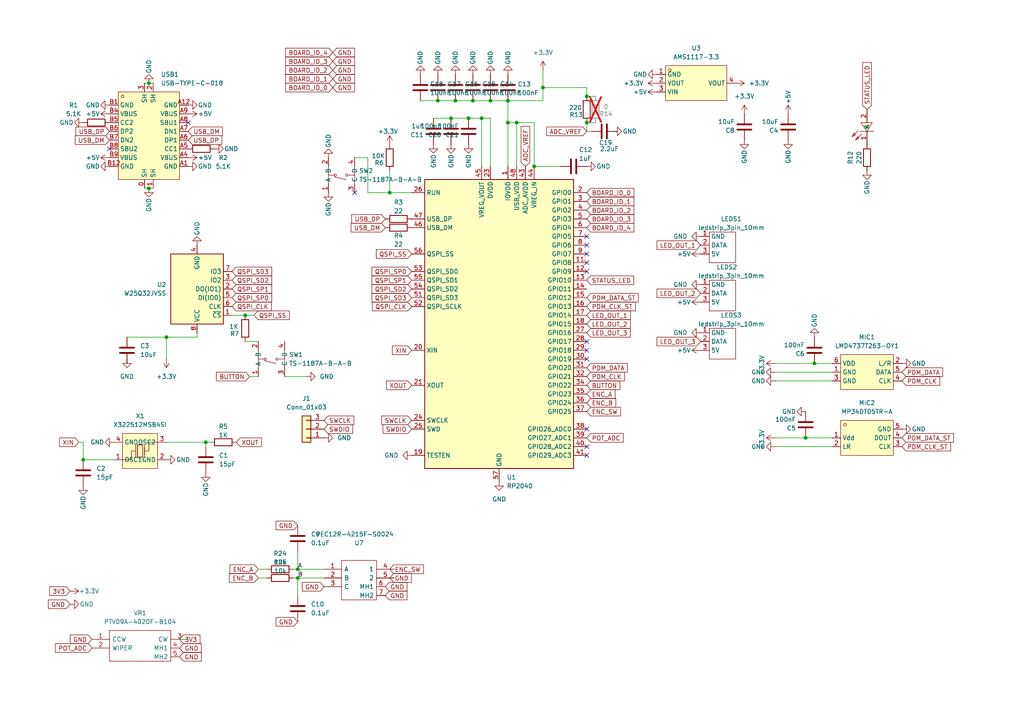
<source format=kicad_sch>
(kicad_sch (version 20231120) (generator "eeschema") (generator_version "8.0")
  (paper "A4")
  (junction (at 154.94 48.26))
  (junction (at 157.48 25.4))
  (junction (at 139.7 34.29))
  (junction (at 71.12 91.44))
  (junction (at 86.36 165.1))
  (junction (at 142.24 29.21))
  (junction (at 170.18 27.94))
  (junction (at 233.68 127))
  (junction (at 43.18 54.61))
  (junction (at 86.36 167.64))
  (junction (at 59.69 128.27))
  (junction (at 127 29.21))
  (junction (at 24.13 133.35))
  (junction (at 130.81 34.29))
  (junction (at 147.32 29.21))
  (junction (at 147.32 35.56))
  (junction (at 236.22 105.41))
  (junction (at 132.08 29.21))
  (junction (at 149.86 35.56))
  (junction (at 43.18 24.13))
  (junction (at 135.89 34.29))
  (junction (at 113.03 55.88))
  (junction (at 170.18 35.56))
  (junction (at 137.16 29.21))
  (junction (at 48.26 97.79))
  (no_connect (at 170.18 73.66))
  (no_connect (at 102.87 55.88))
  (no_connect (at 170.18 104.14))
  (no_connect (at 170.18 68.58))
  (no_connect (at 170.18 132.08))
  (no_connect (at 170.18 99.06))
  (no_connect (at 31.75 43.18))
  (no_connect (at 170.18 76.2))
  (no_connect (at 170.18 71.12))
  (no_connect (at 170.18 124.46))
  (no_connect (at 170.18 78.74))
  (no_connect (at 54.61 35.56))
  (no_connect (at 170.18 129.54))
  (no_connect (at 170.18 101.6))
  (wire (pts (xy 48.26 97.79) (xy 48.26 104.14)))
  (wire (pts (xy 170.18 35.56) (xy 170.18 38.1)))
  (wire (pts (xy 72.39 109.22) (xy 74.93 109.22)))
  (wire (pts (xy 85.09 167.64) (xy 86.36 167.64)))
  (wire (pts (xy 147.32 35.56) (xy 149.86 35.56)))
  (wire (pts (xy 74.93 99.06) (xy 71.12 99.06)))
  (wire (pts (xy 157.48 25.4) (xy 170.18 25.4)))
  (wire (pts (xy 233.68 127) (xy 224.79 127)))
  (wire (pts (xy 41.91 54.61) (xy 43.18 54.61)))
  (wire (pts (xy 147.32 29.21) (xy 147.32 35.56)))
  (wire (pts (xy 85.09 165.1) (xy 86.36 165.1)))
  (wire (pts (xy 74.93 167.64) (xy 77.47 167.64)))
  (wire (pts (xy 41.91 24.13) (xy 43.18 24.13)))
  (wire (pts (xy 135.89 34.29) (xy 139.7 34.29)))
  (wire (pts (xy 67.31 91.44) (xy 71.12 91.44)))
  (wire (pts (xy 149.86 35.56) (xy 149.86 48.26)))
  (wire (pts (xy 127 29.21) (xy 132.08 29.21)))
  (wire (pts (xy 170.18 27.94) (xy 170.18 29.21)))
  (wire (pts (xy 113.03 49.53) (xy 113.03 55.88)))
  (wire (pts (xy 132.08 29.21) (xy 137.16 29.21)))
  (wire (pts (xy 43.18 54.61) (xy 44.45 54.61)))
  (wire (pts (xy 170.18 27.94) (xy 172.72 27.94)))
  (wire (pts (xy 86.36 165.1) (xy 93.98 165.1)))
  (wire (pts (xy 86.36 167.64) (xy 86.36 172.72)))
  (wire (pts (xy 82.55 109.22) (xy 88.9 109.22)))
  (wire (pts (xy 102.87 45.72) (xy 106.68 45.72)))
  (wire (pts (xy 241.3 107.95) (xy 224.79 107.95)))
  (wire (pts (xy 171.45 38.1) (xy 170.18 38.1)))
  (wire (pts (xy 157.48 29.21) (xy 147.32 29.21)))
  (wire (pts (xy 170.18 35.56) (xy 172.72 35.56)))
  (wire (pts (xy 241.3 105.41) (xy 236.22 105.41)))
  (wire (pts (xy 162.56 48.26) (xy 154.94 48.26)))
  (wire (pts (xy 22.86 128.27) (xy 24.13 128.27)))
  (wire (pts (xy 241.3 110.49) (xy 224.79 110.49)))
  (wire (pts (xy 106.68 45.72) (xy 106.68 55.88)))
  (wire (pts (xy 36.83 97.79) (xy 48.26 97.79)))
  (wire (pts (xy 142.24 48.26) (xy 142.24 34.29)))
  (wire (pts (xy 24.13 128.27) (xy 24.13 133.35)))
  (wire (pts (xy 137.16 29.21) (xy 142.24 29.21)))
  (wire (pts (xy 149.86 35.56) (xy 154.94 35.56)))
  (wire (pts (xy 147.32 35.56) (xy 147.32 48.26)))
  (wire (pts (xy 60.96 128.27) (xy 59.69 128.27)))
  (wire (pts (xy 113.03 55.88) (xy 119.38 55.88)))
  (wire (pts (xy 236.22 105.41) (xy 224.79 105.41)))
  (wire (pts (xy 36.83 104.14) (xy 36.83 105.41)))
  (wire (pts (xy 113.03 165.1) (xy 114.3 165.1)))
  (wire (pts (xy 48.26 97.79) (xy 57.15 97.79)))
  (wire (pts (xy 113.03 167.64) (xy 114.3 167.64)))
  (wire (pts (xy 125.73 34.29) (xy 130.81 34.29)))
  (wire (pts (xy 86.36 167.64) (xy 93.98 167.64)))
  (wire (pts (xy 170.18 25.4) (xy 170.18 27.94)))
  (wire (pts (xy 130.81 34.29) (xy 135.89 34.29)))
  (wire (pts (xy 48.26 128.27) (xy 59.69 128.27)))
  (wire (pts (xy 241.3 129.54) (xy 224.79 129.54)))
  (wire (pts (xy 157.48 20.32) (xy 157.48 25.4)))
  (wire (pts (xy 74.93 165.1) (xy 77.47 165.1)))
  (wire (pts (xy 86.36 160.02) (xy 86.36 165.1)))
  (wire (pts (xy 142.24 29.21) (xy 147.32 29.21)))
  (wire (pts (xy 179.07 38.1) (xy 177.8 38.1)))
  (wire (pts (xy 33.02 133.35) (xy 24.13 133.35)))
  (wire (pts (xy 106.68 55.88) (xy 113.03 55.88)))
  (wire (pts (xy 71.12 91.44) (xy 73.66 91.44)))
  (wire (pts (xy 43.18 24.13) (xy 44.45 24.13)))
  (wire (pts (xy 52.07 185.42) (xy 54.61 185.42)))
  (wire (pts (xy 241.3 127) (xy 233.68 127)))
  (wire (pts (xy 139.7 34.29) (xy 139.7 48.26)))
  (wire (pts (xy 121.92 29.21) (xy 127 29.21)))
  (wire (pts (xy 157.48 25.4) (xy 157.48 29.21)))
  (wire (pts (xy 154.94 48.26) (xy 154.94 35.56)))
  (wire (pts (xy 142.24 34.29) (xy 139.7 34.29)))
  (wire (pts (xy 59.69 128.27) (xy 59.69 129.54)))
  (wire (pts (xy 57.15 97.79) (xy 57.15 96.52)))
  (label "B" (at 86.36 167.64 0))
  (label "A" (at 86.36 165.1 0))
  (global_label "QSPI_SD2" (shape input) (at 119.38 83.82 180) (property "Intersheetrefs" "${INTERSHEET_REFS}" (effects (hide yes))))
  (global_label "USB_DM" (shape input) (at 54.61 38.1 0) (property "Intersheetrefs" "${INTERSHEET_REFS}" (effects (hide yes))))
  (global_label "GND" (shape input) (at 96.52 25.4 0) (property "Intersheetrefs" "${INTERSHEET_REFS}" (effects (hide yes))))
  (global_label "USB_DM" (shape input) (at 111.76 66.04 180) (property "Intersheetrefs" "${INTERSHEET_REFS}" (effects (hide yes))))
  (global_label "GND" (shape input) (at 96.52 15.24 0) (property "Intersheetrefs" "${INTERSHEET_REFS}" (effects (hide yes))))
  (global_label "BOARD_ID_4" (shape input) (at 96.52 15.24 180) (property "Intersheetrefs" "${INTERSHEET_REFS}" (effects (hide yes))))
  (global_label "GND" (shape input) (at 52.07 190.5 0) (property "Intersheetrefs" "${INTERSHEET_REFS}" (effects (hide yes))))
  (global_label "LED_OUT_2" (shape input) (at 203.2 85.09 180) (property "Intersheetrefs" "${INTERSHEET_REFS}" (effects (hide yes))))
  (global_label "BOARD_ID_1" (shape input) (at 170.18 58.42 0) (property "Intersheetrefs" "${INTERSHEET_REFS}" (effects (hide yes))))
  (global_label "PDM_DATA_ST" (shape input) (at 261.62 127 0) (property "Intersheetrefs" "${INTERSHEET_REFS}" (effects (hide yes))))
  (global_label "LED_OUT_3" (shape input) (at 170.18 96.52 0) (property "Intersheetrefs" "${INTERSHEET_REFS}" (effects (hide yes))))
  (global_label "ENC_A" (shape input) (at 74.93 165.1 180) (property "Intersheetrefs" "${INTERSHEET_REFS}" (effects (hide yes))))
  (global_label "GND" (shape input) (at 96.52 17.78 0) (property "Intersheetrefs" "${INTERSHEET_REFS}" (effects (hide yes))))
  (global_label "BOARD_ID_0" (shape input) (at 170.18 55.88 0) (property "Intersheetrefs" "${INTERSHEET_REFS}" (effects (hide yes))))
  (global_label "QSPI_SS" (shape input) (at 73.66 91.44 0) (property "Intersheetrefs" "${INTERSHEET_REFS}" (effects (hide yes))))
  (global_label "BOARD_ID_2" (shape input) (at 96.52 20.32 180) (property "Intersheetrefs" "${INTERSHEET_REFS}" (effects (hide yes))))
  (global_label "PDM_CLK_ST" (shape input) (at 261.62 129.54 0) (property "Intersheetrefs" "${INTERSHEET_REFS}" (effects (hide yes))))
  (global_label "USB_DP" (shape input) (at 31.75 38.1 180) (property "Intersheetrefs" "${INTERSHEET_REFS}" (effects (hide yes))))
  (global_label "PDM_DATA" (shape input) (at 170.18 106.68 0) (property "Intersheetrefs" "${INTERSHEET_REFS}" (effects (hide yes))))
  (global_label "ADC_VREF" (shape input) (at 152.4 48.26 90) (property "Intersheetrefs" "${INTERSHEET_REFS}" (effects (hide yes))))
  (global_label "ENC_B" (shape input) (at 74.93 167.64 180) (property "Intersheetrefs" "${INTERSHEET_REFS}" (effects (hide yes))))
  (global_label "LED_OUT_1" (shape input) (at 170.18 91.44 0) (property "Intersheetrefs" "${INTERSHEET_REFS}" (effects (hide yes))))
  (global_label "QSPI_SS" (shape input) (at 119.38 73.66 180) (property "Intersheetrefs" "${INTERSHEET_REFS}" (effects (hide yes))))
  (global_label "XIN" (shape input) (at 22.86 128.27 180) (property "Intersheetrefs" "${INTERSHEET_REFS}" (effects (hide yes))))
  (global_label "SWCLK" (shape input) (at 119.38 121.92 180) (property "Intersheetrefs" "${INTERSHEET_REFS}" (effects (hide yes))))
  (global_label "BOARD_ID_2" (shape input) (at 170.18 60.96 0) (property "Intersheetrefs" "${INTERSHEET_REFS}" (effects (hide yes))))
  (global_label "QSPI_SP1" (shape input) (at 67.31 83.82 0) (property "Intersheetrefs" "${INTERSHEET_REFS}" (effects (hide yes))))
  (global_label "ENC_SW" (shape input) (at 170.18 119.38 0) (property "Intersheetrefs" "${INTERSHEET_REFS}" (effects (hide yes))))
  (global_label "LED_OUT_3" (shape input) (at 203.2 99.06 180) (property "Intersheetrefs" "${INTERSHEET_REFS}" (effects (hide yes))))
  (global_label "USB_DM" (shape input) (at 31.75 40.64 180) (property "Intersheetrefs" "${INTERSHEET_REFS}" (effects (hide yes))))
  (global_label "GND" (shape input) (at 111.76 172.72 0) (property "Intersheetrefs" "${INTERSHEET_REFS}" (effects (hide yes))))
  (global_label "PDM_CLK" (shape input) (at 261.62 110.49 0) (property "Intersheetrefs" "${INTERSHEET_REFS}" (effects (hide yes))))
  (global_label "GND" (shape input) (at 96.52 20.32 0) (property "Intersheetrefs" "${INTERSHEET_REFS}" (effects (hide yes))))
  (global_label "QSPI_SP1" (shape input) (at 119.38 81.28 180) (property "Intersheetrefs" "${INTERSHEET_REFS}" (effects (hide yes))))
  (global_label "GND" (shape input) (at 52.07 187.96 0) (property "Intersheetrefs" "${INTERSHEET_REFS}" (effects (hide yes))))
  (global_label "QSPI_CLK" (shape input) (at 67.31 88.9 0) (property "Intersheetrefs" "${INTERSHEET_REFS}" (effects (hide yes))))
  (global_label "ENC_B" (shape input) (at 170.18 116.84 0) (property "Intersheetrefs" "${INTERSHEET_REFS}" (effects (hide yes))))
  (global_label "BOARD_ID_1" (shape input) (at 96.52 22.86 180) (property "Intersheetrefs" "${INTERSHEET_REFS}" (effects (hide yes))))
  (global_label "GND" (shape input) (at 86.36 180.34 180) (property "Intersheetrefs" "${INTERSHEET_REFS}" (effects (hide yes))))
  (global_label "PDM_DATA_ST" (shape input) (at 170.18 86.36 0) (property "Intersheetrefs" "${INTERSHEET_REFS}" (effects (hide yes))))
  (global_label "XOUT" (shape input) (at 119.38 111.76 180) (property "Intersheetrefs" "${INTERSHEET_REFS}" (effects (hide yes))))
  (global_label "PDM_CLK_ST" (shape input) (at 170.18 88.9 0) (property "Intersheetrefs" "${INTERSHEET_REFS}" (effects (hide yes))))
  (global_label "BOARD_ID_4" (shape input) (at 170.18 66.04 0) (property "Intersheetrefs" "${INTERSHEET_REFS}" (effects (hide yes))))
  (global_label "QSPI_SP0" (shape input) (at 67.31 86.36 0) (property "Intersheetrefs" "${INTERSHEET_REFS}" (effects (hide yes))))
  (global_label "3V3" (shape input) (at 52.07 185.42 0) (property "Intersheetrefs" "${INTERSHEET_REFS}" (effects (hide yes))))
  (global_label "GND" (shape input) (at 20.32 175.26 180) (property "Intersheetrefs" "${INTERSHEET_REFS}" (effects (hide yes))))
  (global_label "GND" (shape input) (at 96.52 22.86 0) (property "Intersheetrefs" "${INTERSHEET_REFS}" (effects (hide yes))))
  (global_label "PDM_CLK" (shape input) (at 170.18 109.22 0) (property "Intersheetrefs" "${INTERSHEET_REFS}" (effects (hide yes))))
  (global_label "BOARD_ID_3" (shape input) (at 96.52 17.78 180) (property "Intersheetrefs" "${INTERSHEET_REFS}" (effects (hide yes))))
  (global_label "USB_DP" (shape input) (at 111.76 63.5 180) (property "Intersheetrefs" "${INTERSHEET_REFS}" (effects (hide yes))))
  (global_label "GND" (shape input) (at 93.98 170.18 180) (property "Intersheetrefs" "${INTERSHEET_REFS}" (effects (hide yes))))
  (global_label "SWDIO" (shape input) (at 119.38 124.46 180) (property "Intersheetrefs" "${INTERSHEET_REFS}" (effects (hide yes))))
  (global_label "ADC_VREF" (shape input) (at 170.18 38.1 180) (property "Intersheetrefs" "${INTERSHEET_REFS}" (effects (hide yes))))
  (global_label "SWCLK" (shape input) (at 93.98 121.92 0) (property "Intersheetrefs" "${INTERSHEET_REFS}" (effects (hide yes))))
  (global_label "BUTTON" (shape input) (at 170.18 111.76 0) (property "Intersheetrefs" "${INTERSHEET_REFS}" (effects (hide yes))))
  (global_label "SWDIO" (shape input) (at 93.98 124.46 0) (property "Intersheetrefs" "${INTERSHEET_REFS}" (effects (hide yes))))
  (global_label "XIN" (shape input) (at 119.38 101.6 180) (property "Intersheetrefs" "${INTERSHEET_REFS}" (effects (hide yes))))
  (global_label "STATUS_LED" (shape input) (at 251.46 31.75 90) (property "Intersheetrefs" "${INTERSHEET_REFS}" (effects (hide yes))))
  (global_label "BOARD_ID_3" (shape input) (at 170.18 63.5 0) (property "Intersheetrefs" "${INTERSHEET_REFS}" (effects (hide yes))))
  (global_label "XOUT" (shape input) (at 68.58 128.27 0) (property "Intersheetrefs" "${INTERSHEET_REFS}" (effects (hide yes))))
  (global_label "STATUS_LED" (shape input) (at 170.18 81.28 0) (property "Intersheetrefs" "${INTERSHEET_REFS}" (effects (hide yes))))
  (global_label "POT_ADC" (shape input) (at 170.18 127 0) (property "Intersheetrefs" "${INTERSHEET_REFS}" (effects (hide yes))))
  (global_label "GND" (shape input) (at 26.67 185.42 180) (property "Intersheetrefs" "${INTERSHEET_REFS}" (effects (hide yes))))
  (global_label "3V3" (shape input) (at 20.32 171.45 180) (property "Intersheetrefs" "${INTERSHEET_REFS}" (effects (hide yes))))
  (global_label "LED_OUT_2" (shape input) (at 170.18 93.98 0) (property "Intersheetrefs" "${INTERSHEET_REFS}" (effects (hide yes))))
  (global_label "GND" (shape input) (at 86.36 152.4 180) (property "Intersheetrefs" "${INTERSHEET_REFS}" (effects (hide yes))))
  (global_label "QSPI_SD3" (shape input) (at 119.38 86.36 180) (property "Intersheetrefs" "${INTERSHEET_REFS}" (effects (hide yes))))
  (global_label "PDM_DATA" (shape input) (at 261.62 107.95 0) (property "Intersheetrefs" "${INTERSHEET_REFS}" (effects (hide yes))))
  (global_label "LED_OUT_1" (shape input) (at 203.2 71.12 180) (property "Intersheetrefs" "${INTERSHEET_REFS}" (effects (hide yes))))
  (global_label "QSPI_SD3" (shape input) (at 67.31 78.74 0) (property "Intersheetrefs" "${INTERSHEET_REFS}" (effects (hide yes))))
  (global_label "POT_ADC" (shape input) (at 26.67 187.96 180) (property "Intersheetrefs" "${INTERSHEET_REFS}" (effects (hide yes))))
  (global_label "QSPI_SP0" (shape input) (at 119.38 78.74 180) (property "Intersheetrefs" "${INTERSHEET_REFS}" (effects (hide yes))))
  (global_label "USB_DP" (shape input) (at 54.61 40.64 0) (property "Intersheetrefs" "${INTERSHEET_REFS}" (effects (hide yes))))
  (global_label "BUTTON" (shape input) (at 72.39 109.22 180) (property "Intersheetrefs" "${INTERSHEET_REFS}" (effects (hide yes))))
  (global_label "BOARD_ID_0" (shape input) (at 96.52 25.4 180) (property "Intersheetrefs" "${INTERSHEET_REFS}" (effects (hide yes))))
  (global_label "ENC_SW" (shape input) (at 113.03 165.1 0) (property "Intersheetrefs" "${INTERSHEET_REFS}" (effects (hide yes))))
  (global_label "QSPI_SD2" (shape input) (at 67.31 81.28 0) (property "Intersheetrefs" "${INTERSHEET_REFS}" (effects (hide yes))))
  (global_label "GND" (shape input) (at 111.76 170.18 0) (property "Intersheetrefs" "${INTERSHEET_REFS}" (effects (hide yes))))
  (global_label "QSPI_CLK" (shape input) (at 119.38 88.9 180) (property "Intersheetrefs" "${INTERSHEET_REFS}" (effects (hide yes))))
  (global_label "ENC_A" (shape input) (at 170.18 114.3 0) (property "Intersheetrefs" "${INTERSHEET_REFS}" (effects (hide yes))))
  (global_label "GND" (shape input) (at 113.03 167.64 0) (property "Intersheetrefs" "${INTERSHEET_REFS}" (effects (hide yes))))
  (symbol (lib_id "power:GND") (at 147.32 21.59 180) (unit 1)
    (property "Reference" "#PWR070" (effects (hide yes)))
    (property "Value" "GND" (at 147.32 18.796 90) (effects (justify right)))
    (property "Description" "Power symbol creates a global label with name \"GND\" , ground" (effects (hide yes)))
  )
  (symbol (lib_id "easyeda2kicad:USB-TYPE-C-018") (at 43.18 39.37 0) (unit 1)
    (property "Reference" "USB1" (at 46.6441 21.59 0) (effects (justify left)))
    (property "Value" "USB-TYPE-C-018" (at 46.6441 24.13 0) (effects (justify left)))
    (property "Footprint" "easyeda2kicad:USB-C_SMD-TYPE-C-31-M-12" (effects (hide yes)))
    (property "LCSC Part" "C2927038" (effects (hide yes)))
  )
  (symbol (lib_name "ledstrip_3pin_10mm_1") (lib_id "kylarLEDs:ledstrip_3pin_10mm") (at 205.74 67.31 0) (unit 1)
    (property "Reference" "LEDS1" (at 212.09 63.5 0))
    (property "Value" "ledstrip_3pin_10mm" (at 212.09 66.04 0))
    (property "Footprint" "mouser:ledstrip_3pin_withpins" (effects (hide yes)))
  )
  (symbol (lib_id "power:GND") (at 236.22 97.79 180) (unit 1)
    (property "Reference" "#PWR031" (effects (hide yes)))
    (property "Value" "GND" (at 236.22 94.996 90) (effects (justify right)))
    (property "Description" "Power symbol creates a global label with name \"GND\" , ground" (effects (hide yes)))
  )
  (symbol (lib_id "power:+3.3V") (at 224.79 127 90) (unit 1)
    (property "Reference" "#PWR028" (effects (hide yes)))
    (property "Value" "+3.3V" (at 220.98 127.508 0))
    (property "Description" "Power symbol creates a global label with name \"+3.3V\"" (effects (hide yes)))
  )
  (symbol (lib_id "Device:R") (at 170.18 31.75 0) (unit 1)
    (property "Reference" "R13" (at 167.132 33.274 0))
    (property "Value" "220" (at 166.878 31.242 0))
    (property "Footprint" "Resistor_SMD:R_0402_1005Metric" (effects (hide yes)))
    (property "Description" "Resistor" (effects (hide yes)))
  )
  (symbol (lib_id "power:GND") (at 132.08 21.59 180) (unit 1)
    (property "Reference" "#PWR073" (effects (hide yes)))
    (property "Value" "GND" (at 132.08 18.796 90) (effects (justify right)))
    (property "Description" "Power symbol creates a global label with name \"GND\" , ground" (effects (hide yes)))
  )
  (symbol (lib_id "Device:C") (at 132.08 25.4 180) (unit 1)
    (property "Reference" "C16" (at 134.874 24.384 0) (effects (justify right)))
    (property "Value" "100nF" (at 134.874 26.924 0) (effects (justify right)))
    (property "Footprint" "Capacitor_SMD:C_0402_1005Metric" (effects (hide yes)))
    (property "Description" "Unpolarized capacitor" (effects (hide yes)))
  )
  (symbol (lib_id "power:+3.3V") (at 20.32 171.45 270) (unit 1)
    (property "Reference" "#PWR068" (effects (hide yes)))
    (property "Value" "+3.3V" (at 22.86 171.45 90) (effects (justify left)))
    (property "Description" "Power symbol creates a global label with name \"+3.3V\"" (effects (hide yes)))
  )
  (symbol (lib_id "power:GND") (at 31.75 30.48 270) (unit 1)
    (property "Reference" "#PWR04" (effects (hide yes)))
    (property "Value" "GND" (at 28.956 30.48 90) (effects (justify right)))
    (property "Description" "Power symbol creates a global label with name \"GND\" , ground" (effects (hide yes)))
  )
  (symbol (lib_id "power:GND") (at 95.25 45.72 180) (unit 1)
    (property "Reference" "#PWR044" (effects (hide yes)))
    (property "Value" "GND" (at 95.25 42.926 90) (effects (justify right)))
    (property "Description" "Power symbol creates a global label with name \"GND\" , ground" (effects (hide yes)))
  )
  (symbol (lib_id "power:+3.3V") (at 157.48 20.32 0) (unit 1)
    (property "Reference" "#PWR069" (effects (hide yes)))
    (property "Value" "+3.3V" (at 157.48 15.24 0))
    (property "Description" "Power symbol creates a global label with name \"+3.3V\"" (effects (hide yes)))
  )
  (symbol (lib_id "Device:C") (at 233.68 123.19 0) (unit 1)
    (property "Reference" "C5" (at 230.886 124.206 0) (effects (justify right)))
    (property "Value" "100nF" (at 230.886 121.666 0) (effects (justify right)))
    (property "Footprint" "Capacitor_SMD:C_0402_1005Metric" (effects (hide yes)))
    (property "Description" "Unpolarized capacitor" (effects (hide yes)))
  )
  (symbol (lib_id "power:+3.3V") (at 213.36 24.13 270) (unit 1)
    (property "Reference" "#PWR032" (effects (hide yes)))
    (property "Value" "+3.3V" (at 217.17 24.1299 90) (effects (justify left)))
    (property "Description" "Power symbol creates a global label with name \"+3.3V\"" (effects (hide yes)))
  )
  (symbol (lib_id "Device:C") (at 86.36 156.21 180) (unit 1)
    (property "Reference" "C9" (at 90.17 154.9399 0) (effects (justify right)))
    (property "Value" "0.1uF" (at 90.17 157.4799 0) (effects (justify right)))
    (property "Footprint" "Capacitor_SMD:C_0402_1005Metric" (effects (hide yes)))
    (property "Description" "Unpolarized capacitor" (effects (hide yes)))
  )
  (symbol (lib_name "ledstrip_3pin_10mm_1") (lib_id "kylarLEDs:ledstrip_3pin_10mm") (at 205.74 81.28 0) (unit 1)
    (property "Reference" "LEDS2" (at 210.82 77.47 0))
    (property "Value" "ledstrip_3pin_10mm" (at 212.09 80.01 0))
    (property "Footprint" "mouser:ledstrip_3pin_withpins" (effects (hide yes)))
  )
  (symbol (lib_id "easyeda2kicad:LMD4737T263-OY1") (at 251.46 107.95 0) (unit 1)
    (property "Reference" "MIC1" (at 251.46 97.79 0))
    (property "Value" "LMD4737T263-OY1" (at 251.46 100.33 0))
    (property "Footprint" "easyeda2kicad:LGA-6_L4.7-W3.8-P1.65_LMD4737T" (effects (hide yes)))
    (property "LCSC Part" "C5373239" (effects (hide yes)))
  )
  (symbol (lib_id "Device:C") (at 215.9 36.83 0) (unit 1)
    (property "Reference" "C8" (at 213.106 37.846 0) (effects (justify right)))
    (property "Value" "10uF" (at 213.106 35.306 0) (effects (justify right)))
    (property "Footprint" "Capacitor_SMD:C_0402_1005Metric" (effects (hide yes)))
    (property "Description" "Unpolarized capacitor" (effects (hide yes)))
  )
  (symbol (lib_id "power:+5V") (at 54.61 33.02 270) (unit 1)
    (property "Reference" "#PWR08" (effects (hide yes)))
    (property "Value" "+5V" (at 57.404 33.02 90) (effects (justify left)))
    (property "Description" "Power symbol creates a global label with name \"+5V\"" (effects (hide yes)))
  )
  (symbol (lib_id "power:GND") (at 59.69 137.16 0) (unit 1)
    (property "Reference" "#PWR018" (effects (hide yes)))
    (property "Value" "GND" (at 59.69 139.954 90) (effects (justify right)))
    (property "Description" "Power symbol creates a global label with name \"GND\" , ground" (effects (hide yes)))
  )
  (symbol (lib_id "power:+5V") (at 203.2 101.6 90) (unit 1)
    (property "Reference" "#PWR059" (effects (hide yes)))
    (property "Value" "+5V" (at 200.406 101.6 90) (effects (justify left)))
    (property "Description" "Power symbol creates a global label with name \"+5V\"" (effects (hide yes)))
  )
  (symbol (lib_id "power:+5V") (at 190.5 26.67 90) (unit 1)
    (property "Reference" "#PWR039" (effects (hide yes)))
    (property "Value" "+5V" (at 187.706 26.67 90) (effects (justify left)))
    (property "Description" "Power symbol creates a global label with name \"+5V\"" (effects (hide yes)))
  )
  (symbol (lib_id "power:+5V") (at 228.6 33.02 0) (unit 1)
    (property "Reference" "#PWR035" (effects (hide yes)))
    (property "Value" "+5V" (at 228.6 30.226 90) (effects (justify left)))
    (property "Description" "Power symbol creates a global label with name \"+5V\"" (effects (hide yes)))
  )
  (symbol (lib_id "power:GND") (at 54.61 30.48 90) (unit 1)
    (property "Reference" "#PWR02" (effects (hide yes)))
    (property "Value" "GND" (at 57.404 30.48 90) (effects (justify right)))
    (property "Description" "Power symbol creates a global label with name \"GND\" , ground" (effects (hide yes)))
  )
  (symbol (lib_id "Device:C") (at 59.69 133.35 180) (unit 1)
    (property "Reference" "C1" (at 63.5 132.0799 0) (effects (justify right)))
    (property "Value" "15pF" (at 63.5 134.6199 0) (effects (justify right)))
    (property "Footprint" "Capacitor_SMD:C_0402_1005Metric" (effects (hide yes)))
    (property "Description" "Unpolarized capacitor" (effects (hide yes)))
  )
  (symbol (lib_id "power:GND") (at 121.92 21.59 180) (unit 1)
    (property "Reference" "#PWR075" (effects (hide yes)))
    (property "Value" "GND" (at 121.92 18.796 90) (effects (justify right)))
    (property "Description" "Power symbol creates a global label with name \"GND\" , ground" (effects (hide yes)))
  )
  (symbol (lib_id "MCU_RaspberryPi:RP2040") (at 144.78 93.98 0) (unit 1)
    (property "Reference" "U1" (at 146.9741 138.43 0) (effects (justify left)))
    (property "Value" "RP2040" (at 146.9741 140.97 0) (effects (justify left)))
    (property "Footprint" "Package_DFN_QFN:QFN-56-1EP_7x7mm_P0.4mm_EP3.2x3.2mm" (effects (hide yes)))
    (property "Datasheet" "https://datasheets.raspberrypi.com/rp2040/rp2040-datasheet.pdf" (effects (hide yes)))
    (property "Description" "A microcontroller by Raspberry Pi" (effects (hide yes)))
  )
  (symbol (lib_id "power:GND") (at 261.62 124.46 90) (unit 1)
    (property "Reference" "#PWR030" (effects (hide yes)))
    (property "Value" "GND" (at 264.414 124.46 90) (effects (justify right)))
    (property "Description" "Power symbol creates a global label with name \"GND\" , ground" (effects (hide yes)))
  )
  (symbol (lib_id "Device:C") (at 121.92 25.4 180) (unit 1)
    (property "Reference" "C18" (at 124.714 24.384 0) (effects (justify right)))
    (property "Value" "100nF" (at 124.714 26.924 0) (effects (justify right)))
    (property "Footprint" "Capacitor_SMD:C_0402_1005Metric" (effects (hide yes)))
    (property "Description" "Unpolarized capacitor" (effects (hide yes)))
  )
  (symbol (lib_id "Device:R") (at 113.03 45.72 0) (unit 1)
    (property "Reference" "R6" (at 109.982 47.244 0))
    (property "Value" "10K" (at 109.728 45.212 0))
    (property "Footprint" "Resistor_SMD:R_0402_1005Metric" (effects (hide yes)))
    (property "Description" "Resistor" (effects (hide yes)))
  )
  (symbol (lib_id "power:GND") (at 57.15 71.12 180) (unit 1)
    (property "Reference" "#PWR019" (effects (hide yes)))
    (property "Value" "GND" (at 57.15 68.326 90) (effects (justify right)))
    (property "Description" "Power symbol creates a global label with name \"GND\" , ground" (effects (hide yes)))
  )
  (symbol (lib_id "Device:R") (at 172.72 31.75 0) (unit 1) (dnp yes)
    (property "Reference" "R14" (at 175.768 33.02 0))
    (property "Value" "0" (at 175.768 30.988 0))
    (property "Footprint" "Resistor_SMD:R_0402_1005Metric" (effects (hide yes)))
    (property "Description" "Resistor" (effects (hide yes)))
  )
  (symbol (lib_id "Device:C") (at 86.36 176.53 180) (unit 1)
    (property "Reference" "C10" (at 90.17 175.2599 0) (effects (justify right)))
    (property "Value" "0.1uF" (at 90.17 177.7999 0) (effects (justify right)))
    (property "Footprint" "Capacitor_SMD:C_0402_1005Metric" (effects (hide yes)))
    (property "Description" "Unpolarized capacitor" (effects (hide yes)))
  )
  (symbol (lib_id "power:GND") (at 54.61 48.26 90) (unit 1)
    (property "Reference" "#PWR05" (effects (hide yes)))
    (property "Value" "GND" (at 57.404 48.26 90) (effects (justify right)))
    (property "Description" "Power symbol creates a global label with name \"GND\" , ground" (effects (hide yes)))
  )
  (symbol (lib_id "power:+5V") (at 54.61 45.72 270) (unit 1)
    (property "Reference" "#PWR010" (effects (hide yes)))
    (property "Value" "+5V" (at 57.404 45.72 90) (effects (justify left)))
    (property "Description" "Power symbol creates a global label with name \"+5V\"" (effects (hide yes)))
  )
  (symbol (lib_id "SamacSys_Parts:PTV09A-4020F-B104") (at 26.67 185.42 0) (unit 1) (in_bom no)
    (property "Reference" "VR1" (at 40.64 177.8 0))
    (property "Value" "PTV09A-4020F-B104" (at 40.64 180.34 0))
    (property "Footprint" "mouser:PTV09A4020FB103" (effects (hide yes)))
    (property "Description" "Bourns PTV09A-4020F-B104 1 Gang Rotary Carbon Potentiometer with a 6 mm Dia. Shaft, 100k, +/-20%, 0.05W, Linear" (effects (hide yes)))
    (property "Mouser Part Number" "652-PTV09A-4020FB104" (effects (hide yes)))
    (property "Mouser Price/Stock" "https://www.mouser.co.uk/ProductDetail/Bourns/PTV09A-4020F-B104?qs=Qzws7J6gxqwTQanrz88HwA%3D%3D" (effects (hide yes)))
    (property "Manufacturer_Name" "Bourns" (effects (hide yes)))
    (property "Manufacturer_Part_Number" "PTV09A-4020F-B104" (effects (hide yes)))
  )
  (symbol (lib_id "power:GND") (at 48.26 133.35 90) (unit 1)
    (property "Reference" "#PWR016" (effects (hide yes)))
    (property "Value" "GND" (at 51.054 133.35 90) (effects (justify right)))
    (property "Description" "Power symbol creates a global label with name \"GND\" , ground" (effects (hide yes)))
  )
  (symbol (lib_id "Connector_Generic:Conn_01x03") (at 88.9 124.46 180) (unit 1)
    (property "Reference" "J1" (at 88.9 115.57 0))
    (property "Value" "Conn_01x03" (at 88.9 118.11 0))
    (property "Footprint" "Connector_PinHeader_2.54mm:PinHeader_1x03_P2.54mm_Vertical" (effects (hide yes)))
    (property "Description" "Generic connector, single row, 01x03, script generated (kicad-library-utils/schlib/autogen/connector/)" (effects (hide yes)))
  )
  (symbol (lib_id "power:GND") (at 62.23 43.18 90) (unit 1)
    (property "Reference" "#PWR012" (effects (hide yes)))
    (property "Value" "GND" (at 65.024 43.18 90) (effects (justify right)))
    (property "Description" "Power symbol creates a global label with name \"GND\" , ground" (effects (hide yes)))
  )
  (symbol (lib_id "power:+3.3V") (at 224.79 105.41 90) (unit 1)
    (property "Reference" "#PWR027" (effects (hide yes)))
    (property "Value" "+3.3V" (at 220.98 105.918 0))
    (property "Description" "Power symbol creates a global label with name \"+3.3V\"" (effects (hide yes)))
  )
  (symbol (lib_id "power:GND") (at 261.62 105.41 90) (unit 1)
    (property "Reference" "#PWR024" (effects (hide yes)))
    (property "Value" "GND" (at 264.414 105.41 90) (effects (justify right)))
    (property "Description" "Power symbol creates a global label with name \"GND\" , ground" (effects (hide yes)))
  )
  (symbol (lib_id "easyeda2kicad:KT-0603R") (at 251.46 36.83 90) (unit 1)
    (property "Reference" "LED1" (effects (hide yes)))
    (property "Value" "KT-0603R" (effects (hide yes)))
    (property "Footprint" "easyeda2kicad:LED0603-RD" (effects (hide yes)))
    (property "Datasheet" "https://lcsc.com/product-detail/Light-Emitting-Diodes-LED_Red-LED-0603_C2286.html" (effects (hide yes)))
    (property "LCSC Part" "C2286" (effects (hide yes)))
  )
  (symbol (lib_id "Device:C") (at 147.32 25.4 180) (unit 1)
    (property "Reference" "C13" (at 150.114 24.384 0) (effects (justify right)))
    (property "Value" "100nF" (at 150.114 26.924 0) (effects (justify right)))
    (property "Footprint" "Capacitor_SMD:C_0402_1005Metric" (effects (hide yes)))
    (property "Description" "Unpolarized capacitor" (effects (hide yes)))
  )
  (symbol (lib_id "power:GND") (at 228.6 40.64 0) (unit 1)
    (property "Reference" "#PWR036" (effects (hide yes)))
    (property "Value" "GND" (at 228.6 43.434 90) (effects (justify right)))
    (property "Description" "Power symbol creates a global label with name \"GND\" , ground" (effects (hide yes)))
  )
  (symbol (lib_id "easyeda2kicad:MP34DT05TR-A") (at 251.46 127 0) (unit 1)
    (property "Reference" "MIC2" (at 251.46 116.84 0))
    (property "Value" "MP34DT05TR-A" (at 251.46 119.38 0))
    (property "Footprint" "easyeda2kicad:MIC-SMD_5P-L3.0-W4.0-P0.85-BL" (effects (hide yes)))
    (property "LCSC Part" "C2688664" (effects (hide yes)))
  )
  (symbol (lib_id "power:GND") (at 251.46 49.53 0) (unit 1)
    (property "Reference" "#PWR040" (effects (hide yes)))
    (property "Value" "GND" (at 251.46 52.324 90) (effects (justify right)))
    (property "Description" "Power symbol creates a global label with name \"GND\" , ground" (effects (hide yes)))
  )
  (symbol (lib_id "power:GND") (at 142.24 21.59 180) (unit 1)
    (property "Reference" "#PWR071" (effects (hide yes)))
    (property "Value" "GND" (at 142.24 18.796 90) (effects (justify right)))
    (property "Description" "Power symbol creates a global label with name \"GND\" , ground" (effects (hide yes)))
  )
  (symbol (lib_id "power:GND") (at 93.98 127 90) (unit 1)
    (property "Reference" "#PWR052" (effects (hide yes)))
    (property "Value" "GND" (at 97.79 126.9999 90) (effects (justify right)))
    (property "Description" "Power symbol creates a global label with name \"GND\" , ground" (effects (hide yes)))
  )
  (symbol (lib_id "Device:C") (at 142.24 25.4 180) (unit 1)
    (property "Reference" "C14" (at 145.034 24.384 0) (effects (justify right)))
    (property "Value" "100nF" (at 145.034 26.924 0) (effects (justify right)))
    (property "Footprint" "Capacitor_SMD:C_0402_1005Metric" (effects (hide yes)))
    (property "Description" "Unpolarized capacitor" (effects (hide yes)))
  )
  (symbol (lib_id "easyeda2kicad:TS-1187A-B-A-B") (at 97.79 50.8 90) (unit 1)
    (property "Reference" "SW2" (at 104.14 49.5299 90) (effects (justify right)))
    (property "Value" "TS-1187A-B-A-B" (at 104.14 52.0699 90) (effects (justify right)))
    (property "Footprint" "easyeda2kicad:SW-SMD_4P-L5.1-W5.1-P3.70-LS6.5-TL-2" (effects (hide yes)))
    (property "Datasheet" "https://lcsc.com/product-detail/Tactile-Switches_XKB-Enterprise-TS-1187-B-A-A_C318884.html" (effects (hide yes)))
    (property "LCSC Part" "C318884" (effects (hide yes)))
  )
  (symbol (lib_id "power:GND") (at 127 21.59 180) (unit 1)
    (property "Reference" "#PWR074" (effects (hide yes)))
    (property "Value" "GND" (at 127 18.796 90) (effects (justify right)))
    (property "Description" "Power symbol creates a global label with name \"GND\" , ground" (effects (hide yes)))
  )
  (symbol (lib_id "SamacSys_Parts:PEC12R-4215F-S0024") (at 93.98 165.1 0) (unit 1) (in_bom no)
    (property "Reference" "U7" (at 104.14 157.48 0))
    (property "Value" "PEC12R-4215F-S0024" (at 102.87 154.94 0))
    (property "Footprint" "mouser:PEC12R-4XXXF-SXXXX_court" (effects (hide yes)))
    (property "Datasheet" "https://datasheet.datasheetarchive.com/originals/distributors/DKDS-12/224890.pdf" (effects (hide yes)))
    (property "Description" "Encoders HORZ 24DET 24PULSE 15mm SHAFT SPST SW" (effects (hide yes)))
    (property "Mouser Part Number" "652-PEC12R-4215F-S24" (effects (hide yes)))
    (property "Mouser Price/Stock" "https://www.mouser.co.uk/ProductDetail/Bourns/PEC12R-4215F-S0024?qs=pxDZlBjcsCiq%252B%252BLwoVCNNg%3D%3D" (effects (hide yes)))
    (property "Manufacturer_Name" "Bourns" (effects (hide yes)))
    (property "Manufacturer_Part_Number" "PEC12R-4215F-S0024" (effects (hide yes)))
  )
  (symbol (lib_id "power:GND") (at 144.78 139.7 0) (unit 1)
    (property "Reference" "#PWR01" (effects (hide yes)))
    (property "Value" "GND" (at 144.78 144.78 0))
    (property "Description" "Power symbol creates a global label with name \"GND\" , ground" (effects (hide yes)))
  )
  (symbol (lib_id "Device:R") (at 81.28 165.1 90) (unit 1)
    (property "Reference" "R24" (at 81.28 160.528 90))
    (property "Value" "10k" (at 81.28 163.068 90))
    (property "Footprint" "Resistor_SMD:R_0402_1005Metric" (effects (hide yes)))
    (property "Description" "Resistor" (effects (hide yes)))
  )
  (symbol (lib_id "Memory_Flash:W25Q32JVSS") (at 57.15 83.82 180) (unit 1)
    (property "Reference" "U2" (at 48.26 82.5499 0) (effects (justify left)))
    (property "Value" "W25Q32JVSS" (at 48.26 85.0899 0) (effects (justify left)))
    (property "Footprint" "Package_SO:SOIC-8_5.23x5.23mm_P1.27mm" (effects (hide yes)))
    (property "Datasheet" "http://www.winbond.com/resource-files/w25q32jv%20revg%2003272018%20plus.pdf" (effects (hide yes)))
    (property "Description" "32Mb Serial Flash Memory, Standard/Dual/Quad SPI, SOIC-8" (effects (hide yes)))
  )
  (symbol (lib_id "easyeda2kicad:AMS1117-3.3") (at 201.93 24.13 0) (unit 1)
    (property "Reference" "U3" (at 201.93 13.97 0))
    (property "Value" "AMS1117-3.3" (at 201.93 16.51 0))
    (property "Footprint" "easyeda2kicad:SOT-223-3_L6.5-W3.4-P2.30-LS7.0-BR" (effects (hide yes)))
    (property "Datasheet" "https://lcsc.com/product-detail/Low-Dropout-Regulators-LDO_AMS_AMS1117-3-3_AMS1117-3-3_C6186.html" (effects (hide yes)))
    (property "LCSC Part" "C6186" (effects (hide yes)))
  )
  (symbol (lib_id "power:GND") (at 43.18 54.61 0) (unit 1)
    (property "Reference" "#PWR013" (effects (hide yes)))
    (property "Value" "GND" (at 43.18 57.404 90) (effects (justify right)))
    (property "Description" "Power symbol creates a global label with name \"GND\" , ground" (effects (hide yes)))
  )
  (symbol (lib_id "power:GND") (at 137.16 21.59 180) (unit 1)
    (property "Reference" "#PWR072" (effects (hide yes)))
    (property "Value" "GND" (at 137.16 18.796 90) (effects (justify right)))
    (property "Description" "Power symbol creates a global label with name \"GND\" , ground" (effects (hide yes)))
  )
  (symbol (lib_id "Device:C") (at 135.89 38.1 0) (unit 1)
    (property "Reference" "C21" (at 133.096 39.116 0) (effects (justify right)))
    (property "Value" "100nF" (at 133.096 36.576 0) (effects (justify right)))
    (property "Footprint" "Capacitor_SMD:C_0402_1005Metric" (effects (hide yes)))
    (property "Description" "Unpolarized capacitor" (effects (hide yes)))
  )
  (symbol (lib_id "Device:C") (at 228.6 36.83 0) (unit 1)
    (property "Reference" "C4" (at 225.806 37.846 0) (effects (justify right)))
    (property "Value" "10uF" (at 225.806 35.306 0) (effects (justify right)))
    (property "Footprint" "Capacitor_SMD:C_0402_1005Metric" (effects (hide yes)))
    (property "Description" "Unpolarized capacitor" (effects (hide yes)))
  )
  (symbol (lib_id "Device:C") (at 137.16 25.4 180) (unit 1)
    (property "Reference" "C15" (at 139.954 24.384 0) (effects (justify right)))
    (property "Value" "100nF" (at 139.954 26.924 0) (effects (justify right)))
    (property "Footprint" "Capacitor_SMD:C_0402_1005Metric" (effects (hide yes)))
    (property "Description" "Unpolarized capacitor" (effects (hide yes)))
  )
  (symbol (lib_id "power:GND") (at 43.18 24.13 180) (unit 1)
    (property "Reference" "#PWR014" (effects (hide yes)))
    (property "Value" "GND" (at 43.18 21.336 90) (effects (justify right)))
    (property "Description" "Power symbol creates a global label with name \"GND\" , ground" (effects (hide yes)))
  )
  (symbol (lib_id "power:GND") (at 224.79 129.54 270) (unit 1)
    (property "Reference" "#PWR029" (effects (hide yes)))
    (property "Value" "GND" (at 221.996 129.54 90) (effects (justify right)))
    (property "Description" "Power symbol creates a global label with name \"GND\" , ground" (effects (hide yes)))
  )
  (symbol (lib_id "Device:R") (at 115.57 66.04 90) (unit 1)
    (property "Reference" "R4" (at 115.57 68.326 90))
    (property "Value" "22" (at 115.57 70.866 90))
    (property "Footprint" "Resistor_SMD:R_0402_1005Metric" (effects (hide yes)))
    (property "Description" "Resistor" (effects (hide yes)))
  )
  (symbol (lib_id "power:GND") (at 203.2 68.58 270) (unit 1)
    (property "Reference" "#PWR054" (effects (hide yes)))
    (property "Value" "GND" (at 199.39 68.5799 90) (effects (justify right)))
    (property "Description" "Power symbol creates a global label with name \"GND\" , ground" (effects (hide yes)))
  )
  (symbol (lib_id "power:GND") (at 20.32 175.26 90) (unit 1)
    (property "Reference" "#PWR067" (effects (hide yes)))
    (property "Value" "GND" (at 23.114 175.26 90) (effects (justify right)))
    (property "Description" "Power symbol creates a global label with name \"GND\" , ground" (effects (hide yes)))
  )
  (symbol (lib_id "power:GND") (at 215.9 40.64 0) (unit 1)
    (property "Reference" "#PWR038" (effects (hide yes)))
    (property "Value" "GND" (at 215.9 43.434 90) (effects (justify right)))
    (property "Description" "Power symbol creates a global label with name \"GND\" , ground" (effects (hide yes)))
  )
  (symbol (lib_id "power:GND") (at 36.83 104.14 0) (unit 1)
    (property "Reference" "#PWR021" (effects (hide yes)))
    (property "Value" "GND" (at 38.862 109.22 0) (effects (justify right)))
    (property "Description" "Power symbol creates a global label with name \"GND\" , ground" (effects (hide yes)))
  )
  (symbol (lib_id "power:GND") (at 33.02 128.27 270) (unit 1)
    (property "Reference" "#PWR015" (effects (hide yes)))
    (property "Value" "GND" (at 30.226 128.27 90) (effects (justify right)))
    (property "Description" "Power symbol creates a global label with name \"GND\" , ground" (effects (hide yes)))
  )
  (symbol (lib_id "power:GND") (at 203.2 96.52 270) (unit 1)
    (property "Reference" "#PWR057" (effects (hide yes)))
    (property "Value" "GND" (at 199.39 96.5199 90) (effects (justify right)))
    (property "Description" "Power symbol creates a global label with name \"GND\" , ground" (effects (hide yes)))
  )
  (symbol (lib_id "Device:C") (at 130.81 38.1 0) (unit 1)
    (property "Reference" "C20" (at 128.016 39.116 0) (effects (justify right)))
    (property "Value" "100nF" (at 128.016 36.576 0) (effects (justify right)))
    (property "Footprint" "Capacitor_SMD:C_0402_1005Metric" (effects (hide yes)))
    (property "Description" "Unpolarized capacitor" (effects (hide yes)))
  )
  (symbol (lib_id "power:GND") (at 224.79 110.49 270) (unit 1)
    (property "Reference" "#PWR026" (effects (hide yes)))
    (property "Value" "GND" (at 221.996 110.49 90) (effects (justify right)))
    (property "Description" "Power symbol creates a global label with name \"GND\" , ground" (effects (hide yes)))
  )
  (symbol (lib_id "power:+3.3V") (at 190.5 24.13 90) (unit 1)
    (property "Reference" "#PWR033" (effects (hide yes)))
    (property "Value" "+3.3V" (at 186.69 24.1299 90) (effects (justify left)))
    (property "Description" "Power symbol creates a global label with name \"+3.3V\"" (effects (hide yes)))
  )
  (symbol (lib_id "power:GND") (at 130.81 41.91 0) (unit 1)
    (property "Reference" "#PWR041" (effects (hide yes)))
    (property "Value" "GND" (at 130.81 44.704 90) (effects (justify right)))
    (property "Description" "Power symbol creates a global label with name \"GND\" , ground" (effects (hide yes)))
  )
  (symbol (lib_id "Device:C") (at 125.73 38.1 0) (unit 1)
    (property "Reference" "C11" (at 122.936 39.116 0) (effects (justify right)))
    (property "Value" "1uF" (at 122.936 36.576 0) (effects (justify right)))
    (property "Footprint" "Capacitor_SMD:C_0402_1005Metric" (effects (hide yes)))
    (property "Description" "Unpolarized capacitor" (effects (hide yes)))
  )
  (symbol (lib_name "ledstrip_3pin_10mm_1") (lib_id "kylarLEDs:ledstrip_3pin_10mm") (at 205.74 95.25 0) (unit 1)
    (property "Reference" "LEDS3" (at 212.09 91.44 0))
    (property "Value" "ledstrip_3pin_10mm" (at 212.09 93.98 0))
    (property "Footprint" "mouser:ledstrip_3pin_withpins" (effects (hide yes)))
  )
  (symbol (lib_id "power:GND") (at 135.89 41.91 0) (unit 1)
    (property "Reference" "#PWR042" (effects (hide yes)))
    (property "Value" "GND" (at 135.89 44.704 90) (effects (justify right)))
    (property "Description" "Power symbol creates a global label with name \"GND\" , ground" (effects (hide yes)))
  )
  (symbol (lib_id "power:+5V") (at 31.75 45.72 90) (unit 1)
    (property "Reference" "#PWR09" (effects (hide yes)))
    (property "Value" "+5V" (at 28.956 45.72 90) (effects (justify left)))
    (property "Description" "Power symbol creates a global label with name \"+5V\"" (effects (hide yes)))
  )
  (symbol (lib_id "Device:C") (at 166.37 48.26 90) (unit 1)
    (property "Reference" "C12" (at 167.894 43.434 90) (effects (justify right)))
    (property "Value" "1uF" (at 167.894 45.974 90) (effects (justify right)))
    (property "Footprint" "Capacitor_SMD:C_0402_1005Metric" (effects (hide yes)))
    (property "Description" "Unpolarized capacitor" (effects (hide yes)))
  )
  (symbol (lib_id "power:+3.3V") (at 48.26 104.14 180) (unit 1)
    (property "Reference" "#PWR020" (effects (hide yes)))
    (property "Value" "+3.3V" (at 48.26 109.22 0))
    (property "Description" "Power symbol creates a global label with name \"+3.3V\"" (effects (hide yes)))
  )
  (symbol (lib_id "power:GND") (at 125.73 41.91 0) (unit 1)
    (property "Reference" "#PWR022" (effects (hide yes)))
    (property "Value" "GND" (at 125.73 44.704 90) (effects (justify right)))
    (property "Description" "Power symbol creates a global label with name \"GND\" , ground" (effects (hide yes)))
  )
  (symbol (lib_id "power:+5V") (at 203.2 73.66 90) (unit 1)
    (property "Reference" "#PWR058" (effects (hide yes)))
    (property "Value" "+5V" (at 200.406 73.66 90) (effects (justify left)))
    (property "Description" "Power symbol creates a global label with name \"+5V\"" (effects (hide yes)))
  )
  (symbol (lib_id "Device:C") (at 24.13 137.16 180) (unit 1)
    (property "Reference" "C2" (at 27.94 135.8899 0) (effects (justify right)))
    (property "Value" "15pF" (at 27.94 138.4299 0) (effects (justify right)))
    (property "Footprint" "Capacitor_SMD:C_0402_1005Metric" (effects (hide yes)))
    (property "Description" "Unpolarized capacitor" (effects (hide yes)))
  )
  (symbol (lib_id "Device:R") (at 81.28 167.64 90) (unit 1)
    (property "Reference" "R25" (at 81.28 163.068 90))
    (property "Value" "10k" (at 81.28 165.608 90))
    (property "Footprint" "Resistor_SMD:R_0402_1005Metric" (effects (hide yes)))
    (property "Description" "Resistor" (effects (hide yes)))
  )
  (symbol (lib_id "power:GND") (at 24.13 35.56 270) (unit 1)
    (property "Reference" "#PWR011" (effects (hide yes)))
    (property "Value" "GND" (at 21.336 35.56 90) (effects (justify right)))
    (property "Description" "Power symbol creates a global label with name \"GND\" , ground" (effects (hide yes)))
  )
  (symbol (lib_id "power:GND") (at 95.25 55.88 0) (unit 1)
    (property "Reference" "#PWR043" (effects (hide yes)))
    (property "Value" "GND" (at 95.25 58.674 90) (effects (justify right)))
    (property "Description" "Power symbol creates a global label with name \"GND\" , ground" (effects (hide yes)))
  )
  (symbol (lib_id "easyeda2kicad:TS-1187A-B-A-B") (at 77.47 104.14 90) (unit 1)
    (property "Reference" "SW1" (at 83.82 102.8699 90) (effects (justify right)))
    (property "Value" "TS-1187A-B-A-B" (at 83.82 105.4099 90) (effects (justify right)))
    (property "Footprint" "easyeda2kicad:SW-SMD_4P-L5.1-W5.1-P3.70-LS6.5-TL-2" (effects (hide yes)))
    (property "Datasheet" "https://lcsc.com/product-detail/Tactile-Switches_XKB-Enterprise-TS-1187-B-A-A_C318884.html" (effects (hide yes)))
    (property "LCSC Part" "C318884" (effects (hide yes)))
  )
  (symbol (lib_id "power:GND") (at 190.5 21.59 270) (unit 1)
    (property "Reference" "#PWR034" (effects (hide yes)))
    (property "Value" "GND" (at 187.706 21.59 90) (effects (justify right)))
    (property "Description" "Power symbol creates a global label with name \"GND\" , ground" (effects (hide yes)))
  )
  (symbol (lib_id "Device:R") (at 71.12 95.25 0) (unit 1)
    (property "Reference" "R7" (at 68.072 96.774 0))
    (property "Value" "1K" (at 67.818 94.742 0))
    (property "Footprint" "Resistor_SMD:R_0402_1005Metric" (effects (hide yes)))
    (property "Description" "Resistor" (effects (hide yes)))
  )
  (symbol (lib_id "easyeda2kicad:X322512MSB4SI") (at 40.64 130.81 0) (unit 1)
    (property "Reference" "X1" (at 40.64 120.65 0))
    (property "Value" "X322512MSB4SI" (at 40.64 123.19 0))
    (property "Footprint" "easyeda2kicad:OSC-SMD_4P-L3.2-W2.5-BL" (effects (hide yes)))
    (property "Datasheet" "https://lcsc.com/product-detail/SMD-Crystals_YSX321SL-12MHZ-20PF-10PPM-40-85_C9002.html" (effects (hide yes)))
    (property "LCSC Part" "C9002" (effects (hide yes)))
  )
  (symbol (lib_id "power:GND") (at 119.38 132.08 270) (unit 1)
    (property "Reference" "#PWR053" (effects (hide yes)))
    (property "Value" "GND" (at 115.57 132.0799 90) (effects (justify right)))
    (property "Description" "Power symbol creates a global label with name \"GND\" , ground" (effects (hide yes)))
  )
  (symbol (lib_id "power:+5V") (at 31.75 33.02 90) (unit 1)
    (property "Reference" "#PWR07" (effects (hide yes)))
    (property "Value" "+5V" (at 28.956 33.02 90) (effects (justify left)))
    (property "Description" "Power symbol creates a global label with name \"+5V\"" (effects (hide yes)))
  )
  (symbol (lib_id "power:GND") (at 177.8 38.1 90) (unit 1)
    (property "Reference" "#PWR078" (effects (hide yes)))
    (property "Value" "GND" (at 180.594 38.1 90) (effects (justify right)))
    (property "Description" "Power symbol creates a global label with name \"GND\" , ground" (effects (hide yes)))
  )
  (symbol (lib_id "power:GND") (at 170.18 48.26 90) (unit 1)
    (property "Reference" "#PWR077" (effects (hide yes)))
    (property "Value" "GND" (at 172.974 48.26 90) (effects (justify right)))
    (property "Description" "Power symbol creates a global label with name \"GND\" , ground" (effects (hide yes)))
  )
  (symbol (lib_id "Device:C") (at 36.83 101.6 180) (unit 1)
    (property "Reference" "C3" (at 40.64 100.3299 0) (effects (justify right)))
    (property "Value" "10uF" (at 40.64 102.8699 0) (effects (justify right)))
    (property "Footprint" "Capacitor_SMD:C_0402_1005Metric" (effects (hide yes)))
    (property "Description" "Unpolarized capacitor" (effects (hide yes)))
  )
  (symbol (lib_id "power:GND") (at 31.75 48.26 270) (unit 1)
    (property "Reference" "#PWR06" (effects (hide yes)))
    (property "Value" "GND" (at 28.956 48.26 90) (effects (justify right)))
    (property "Description" "Power symbol creates a global label with name \"GND\" , ground" (effects (hide yes)))
  )
  (symbol (lib_id "power:+5V") (at 203.2 87.63 90) (unit 1)
    (property "Reference" "#PWR056" (effects (hide yes)))
    (property "Value" "+5V" (at 200.406 87.63 90) (effects (justify left)))
    (property "Description" "Power symbol creates a global label with name \"+5V\"" (effects (hide yes)))
  )
  (symbol (lib_id "Device:R") (at 58.42 43.18 90) (unit 1)
    (property "Reference" "R2" (at 64.77 45.72 90))
    (property "Value" "5.1K" (at 64.77 48.26 90))
    (property "Footprint" "Resistor_SMD:R_0402_1005Metric" (effects (hide yes)))
    (property "Description" "Resistor" (effects (hide yes)))
  )
  (symbol (lib_id "Device:C") (at 127 25.4 180) (unit 1)
    (property "Reference" "C17" (at 129.794 24.384 0) (effects (justify right)))
    (property "Value" "100nF" (at 129.794 26.924 0) (effects (justify right)))
    (property "Footprint" "Capacitor_SMD:C_0402_1005Metric" (effects (hide yes)))
    (property "Description" "Unpolarized capacitor" (effects (hide yes)))
  )
  (symbol (lib_id "power:+3.3V") (at 215.9 33.02 0) (unit 1)
    (property "Reference" "#PWR037" (effects (hide yes)))
    (property "Value" "+3.3V" (at 215.9 27.94 0))
    (property "Description" "Power symbol creates a global label with name \"+3.3V\"" (effects (hide yes)))
  )
  (symbol (lib_id "Device:R") (at 27.94 35.56 90) (unit 1)
    (property "Reference" "R1" (at 21.336 30.48 90))
    (property "Value" "5.1K" (at 21.336 33.02 90))
    (property "Footprint" "Resistor_SMD:R_0402_1005Metric" (effects (hide yes)))
    (property "Description" "Resistor" (effects (hide yes)))
  )
  (symbol (lib_id "Device:R") (at 251.46 45.72 180) (unit 1)
    (property "Reference" "R12" (at 246.634 45.72 90))
    (property "Value" "220" (at 249.174 45.72 90))
    (property "Footprint" "Resistor_SMD:R_0402_1005Metric" (effects (hide yes)))
    (property "Description" "Resistor" (effects (hide yes)))
  )
  (symbol (lib_id "Device:C") (at 236.22 101.6 0) (unit 1)
    (property "Reference" "C6" (at 233.426 102.616 0) (effects (justify right)))
    (property "Value" "100nF" (at 233.426 100.076 0) (effects (justify right)))
    (property "Footprint" "Capacitor_SMD:C_0402_1005Metric" (effects (hide yes)))
    (property "Description" "Unpolarized capacitor" (effects (hide yes)))
  )
  (symbol (lib_id "Device:R") (at 64.77 128.27 90) (unit 1)
    (property "Reference" "R5" (at 64.77 123.698 90))
    (property "Value" "1K" (at 64.77 126.238 90))
    (property "Footprint" "Resistor_SMD:R_0402_1005Metric" (effects (hide yes)))
    (property "Description" "Resistor" (effects (hide yes)))
  )
  (symbol (lib_id "power:GND") (at 233.68 119.38 270) (unit 1)
    (property "Reference" "#PWR045" (effects (hide yes)))
    (property "Value" "GND" (at 230.886 119.38 90) (effects (justify right)))
    (property "Description" "Power symbol creates a global label with name \"GND\" , ground" (effects (hide yes)))
  )
  (symbol (lib_id "power:GND") (at 24.13 140.97 0) (unit 1)
    (property "Reference" "#PWR017" (effects (hide yes)))
    (property "Value" "GND" (at 24.13 143.764 90) (effects (justify right)))
    (property "Description" "Power symbol creates a global label with name \"GND\" , ground" (effects (hide yes)))
  )
  (symbol (lib_id "power:GND") (at 88.9 109.22 90) (unit 1)
    (property "Reference" "#PWR023" (effects (hide yes)))
    (property "Value" "GND" (at 92.71 109.2199 90) (effects (justify right)))
    (property "Description" "Power symbol creates a global label with name \"GND\" , ground" (effects (hide yes)))
  )
  (symbol (lib_id "power:+3.3V") (at 113.03 41.91 0) (unit 1)
    (property "Reference" "#PWR03" (effects (hide yes)))
    (property "Value" "+3.3V" (at 112.522 38.1 0))
    (property "Description" "Power symbol creates a global label with name \"+3.3V\"" (effects (hide yes)))
  )
  (symbol (lib_id "Device:R") (at 115.57 63.5 90) (unit 1)
    (property "Reference" "R3" (at 115.57 58.674 90))
    (property "Value" "22" (at 115.57 61.214 90))
    (property "Footprint" "Resistor_SMD:R_0402_1005Metric" (effects (hide yes)))
    (property "Description" "Resistor" (effects (hide yes)))
  )
  (symbol (lib_id "Device:C") (at 175.26 38.1 90) (unit 1)
    (property "Reference" "C19" (at 173.736 41.402 90) (effects (justify right)))
    (property "Value" "2.2uF" (at 173.99 43.18 90) (effects (justify right)))
    (property "Footprint" "Capacitor_SMD:C_0402_1005Metric" (effects (hide yes)))
    (property "Description" "Unpolarized capacitor" (effects (hide yes)))
  )
  (symbol (lib_id "power:GND") (at 224.79 107.95 270) (unit 1)
    (property "Reference" "#PWR025" (effects (hide yes)))
    (property "Value" "GND" (at 221.996 107.95 90) (effects (justify right)))
    (property "Description" "Power symbol creates a global label with name \"GND\" , ground" (effects (hide yes)))
  )
  (symbol (lib_id "power:GND") (at 203.2 82.55 270) (unit 1)
    (property "Reference" "#PWR055" (effects (hide yes)))
    (property "Value" "GND" (at 199.39 82.5499 90) (effects (justify right)))
    (property "Description" "Power symbol creates a global label with name \"GND\" , ground" (effects (hide yes)))
  )
)
</source>
